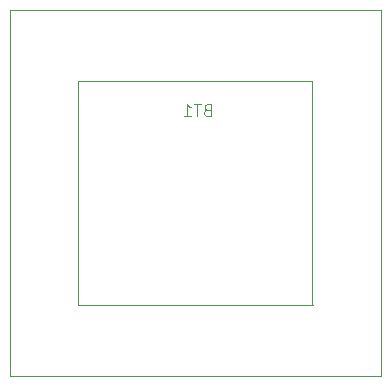
<source format=gbr>
%TF.GenerationSoftware,KiCad,Pcbnew,9.0.2*%
%TF.CreationDate,2025-08-02T09:46:46-05:00*%
%TF.ProjectId,GettingToBlinky_5.0,47657474-696e-4675-946f-426c696e6b79,rev?*%
%TF.SameCoordinates,Original*%
%TF.FileFunction,Legend,Bot*%
%TF.FilePolarity,Positive*%
%FSLAX46Y46*%
G04 Gerber Fmt 4.6, Leading zero omitted, Abs format (unit mm)*
G04 Created by KiCad (PCBNEW 9.0.2) date 2025-08-02 09:46:46*
%MOMM*%
%LPD*%
G01*
G04 APERTURE LIST*
%ADD10C,0.100000*%
G04 APERTURE END LIST*
D10*
X150985714Y-87733609D02*
X150842857Y-87781228D01*
X150842857Y-87781228D02*
X150795238Y-87828847D01*
X150795238Y-87828847D02*
X150747619Y-87924085D01*
X150747619Y-87924085D02*
X150747619Y-88066942D01*
X150747619Y-88066942D02*
X150795238Y-88162180D01*
X150795238Y-88162180D02*
X150842857Y-88209800D01*
X150842857Y-88209800D02*
X150938095Y-88257419D01*
X150938095Y-88257419D02*
X151319047Y-88257419D01*
X151319047Y-88257419D02*
X151319047Y-87257419D01*
X151319047Y-87257419D02*
X150985714Y-87257419D01*
X150985714Y-87257419D02*
X150890476Y-87305038D01*
X150890476Y-87305038D02*
X150842857Y-87352657D01*
X150842857Y-87352657D02*
X150795238Y-87447895D01*
X150795238Y-87447895D02*
X150795238Y-87543133D01*
X150795238Y-87543133D02*
X150842857Y-87638371D01*
X150842857Y-87638371D02*
X150890476Y-87685990D01*
X150890476Y-87685990D02*
X150985714Y-87733609D01*
X150985714Y-87733609D02*
X151319047Y-87733609D01*
X150461904Y-87257419D02*
X149890476Y-87257419D01*
X150176190Y-88257419D02*
X150176190Y-87257419D01*
X149033333Y-88257419D02*
X149604761Y-88257419D01*
X149319047Y-88257419D02*
X149319047Y-87257419D01*
X149319047Y-87257419D02*
X149414285Y-87400276D01*
X149414285Y-87400276D02*
X149509523Y-87495514D01*
X149509523Y-87495514D02*
X149604761Y-87543133D01*
%TO.C,BT1*%
X134300000Y-79300000D02*
X134500000Y-79300000D01*
X134300000Y-110300000D02*
X134300000Y-79300000D01*
X134500000Y-79300000D02*
X165500000Y-79300000D01*
X140100000Y-85300000D02*
X159900000Y-85300000D01*
X140100000Y-95800000D02*
X140100000Y-85300000D01*
X140100000Y-104300000D02*
X140100000Y-95800000D01*
X159900000Y-85300000D02*
X159900000Y-104300000D01*
X160000000Y-104300000D02*
X140100000Y-104300000D01*
X165500000Y-79300000D02*
X165700000Y-79300000D01*
X165500000Y-110300000D02*
X134300000Y-110300000D01*
X165500000Y-110300000D02*
X165700000Y-110300000D01*
X165700000Y-79300000D02*
X165700000Y-110300000D01*
%TD*%
M02*

</source>
